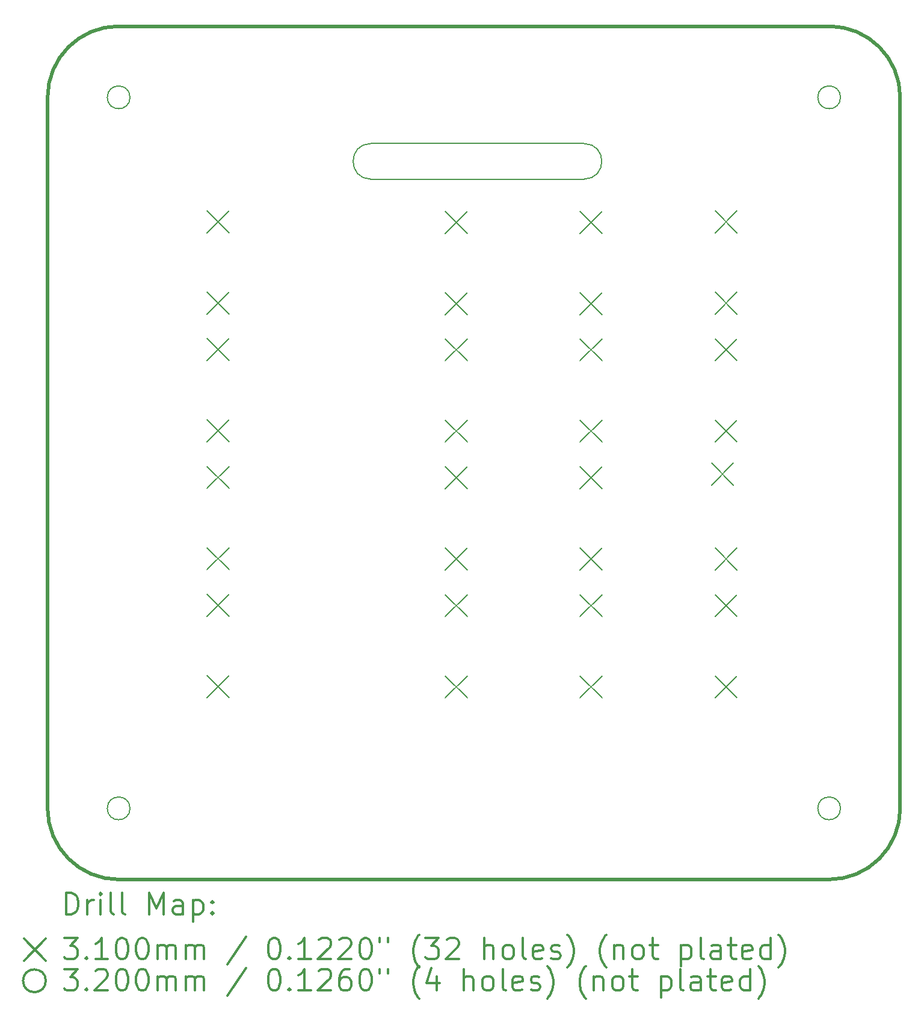
<source format=gbr>
%FSLAX45Y45*%
G04 Gerber Fmt 4.5, Leading zero omitted, Abs format (unit mm)*
G04 Created by KiCad (PCBNEW (5.1.10-1-10_14)) date 2022-02-09 21:11:45*
%MOMM*%
%LPD*%
G01*
G04 APERTURE LIST*
%TA.AperFunction,Profile*%
%ADD10C,0.150000*%
%TD*%
%TA.AperFunction,Profile*%
%ADD11C,0.500000*%
%TD*%
%ADD12C,0.200000*%
%ADD13C,0.300000*%
G04 APERTURE END LIST*
D10*
X17550000Y-6650000D02*
G75*
G02*
X17550000Y-7150000I0J-250000D01*
G01*
X14550000Y-7150000D02*
G75*
G02*
X14550000Y-6650000I0J250000D01*
G01*
X14550000Y-7150000D02*
X17550000Y-7150000D01*
X14550000Y-6650000D02*
X17550000Y-6650000D01*
D11*
X21000000Y-5000000D02*
G75*
G02*
X22000000Y-6000000I0J-1000000D01*
G01*
X22000000Y-16000000D02*
G75*
G02*
X21000000Y-17000000I-1000000J0D01*
G01*
X11000000Y-17000000D02*
G75*
G02*
X10000000Y-16000000I0J1000000D01*
G01*
X10000000Y-6000000D02*
G75*
G02*
X11000000Y-5000000I1000000J0D01*
G01*
X11000000Y-5000000D02*
X21000000Y-5000000D01*
X10000000Y-6000000D02*
X10000000Y-16000000D01*
X21000000Y-17000000D02*
X11000000Y-17000000D01*
X22000000Y-6000000D02*
X22000000Y-16000000D01*
D12*
X12245000Y-7597270D02*
X12555000Y-7907270D01*
X12555000Y-7597270D02*
X12245000Y-7907270D01*
X12245000Y-8740270D02*
X12555000Y-9050270D01*
X12555000Y-8740270D02*
X12245000Y-9050270D01*
X12245000Y-9390270D02*
X12555000Y-9700270D01*
X12555000Y-9390270D02*
X12245000Y-9700270D01*
X12245000Y-10533270D02*
X12555000Y-10843270D01*
X12555000Y-10533270D02*
X12245000Y-10843270D01*
X12245000Y-11190270D02*
X12555000Y-11500270D01*
X12555000Y-11190270D02*
X12245000Y-11500270D01*
X12245000Y-12333270D02*
X12555000Y-12643270D01*
X12555000Y-12333270D02*
X12245000Y-12643270D01*
X12245000Y-12990270D02*
X12555000Y-13300270D01*
X12555000Y-12990270D02*
X12245000Y-13300270D01*
X12245000Y-14133270D02*
X12555000Y-14443270D01*
X12555000Y-14133270D02*
X12245000Y-14443270D01*
X15595000Y-7602000D02*
X15905000Y-7912000D01*
X15905000Y-7602000D02*
X15595000Y-7912000D01*
X15595000Y-8745000D02*
X15905000Y-9055000D01*
X15905000Y-8745000D02*
X15595000Y-9055000D01*
X15595000Y-9395000D02*
X15905000Y-9705000D01*
X15905000Y-9395000D02*
X15595000Y-9705000D01*
X15595000Y-10538000D02*
X15905000Y-10848000D01*
X15905000Y-10538000D02*
X15595000Y-10848000D01*
X15595000Y-11195000D02*
X15905000Y-11505000D01*
X15905000Y-11195000D02*
X15595000Y-11505000D01*
X15595000Y-12338000D02*
X15905000Y-12648000D01*
X15905000Y-12338000D02*
X15595000Y-12648000D01*
X15595000Y-12995000D02*
X15905000Y-13305000D01*
X15905000Y-12995000D02*
X15595000Y-13305000D01*
X15595000Y-14138000D02*
X15905000Y-14448000D01*
X15905000Y-14138000D02*
X15595000Y-14448000D01*
X17495000Y-7602000D02*
X17805000Y-7912000D01*
X17805000Y-7602000D02*
X17495000Y-7912000D01*
X17495000Y-8745000D02*
X17805000Y-9055000D01*
X17805000Y-8745000D02*
X17495000Y-9055000D01*
X17495000Y-9395000D02*
X17805000Y-9705000D01*
X17805000Y-9395000D02*
X17495000Y-9705000D01*
X17495000Y-10538000D02*
X17805000Y-10848000D01*
X17805000Y-10538000D02*
X17495000Y-10848000D01*
X17495000Y-11195000D02*
X17805000Y-11505000D01*
X17805000Y-11195000D02*
X17495000Y-11505000D01*
X17495000Y-12338000D02*
X17805000Y-12648000D01*
X17805000Y-12338000D02*
X17495000Y-12648000D01*
X17495000Y-12995000D02*
X17805000Y-13305000D01*
X17805000Y-12995000D02*
X17495000Y-13305000D01*
X17495000Y-14138000D02*
X17805000Y-14448000D01*
X17805000Y-14138000D02*
X17495000Y-14448000D01*
X19345000Y-11145000D02*
X19655000Y-11455000D01*
X19655000Y-11145000D02*
X19345000Y-11455000D01*
X19395000Y-7595000D02*
X19705000Y-7905000D01*
X19705000Y-7595000D02*
X19395000Y-7905000D01*
X19395000Y-8738000D02*
X19705000Y-9048000D01*
X19705000Y-8738000D02*
X19395000Y-9048000D01*
X19395000Y-9395000D02*
X19705000Y-9705000D01*
X19705000Y-9395000D02*
X19395000Y-9705000D01*
X19395000Y-10538000D02*
X19705000Y-10848000D01*
X19705000Y-10538000D02*
X19395000Y-10848000D01*
X19395000Y-12338000D02*
X19705000Y-12648000D01*
X19705000Y-12338000D02*
X19395000Y-12648000D01*
X19395000Y-12995000D02*
X19705000Y-13305000D01*
X19705000Y-12995000D02*
X19395000Y-13305000D01*
X19395000Y-14138000D02*
X19705000Y-14448000D01*
X19705000Y-14138000D02*
X19395000Y-14448000D01*
X11160000Y-6000000D02*
G75*
G03*
X11160000Y-6000000I-160000J0D01*
G01*
X11160000Y-16000000D02*
G75*
G03*
X11160000Y-16000000I-160000J0D01*
G01*
X21160000Y-6000000D02*
G75*
G03*
X21160000Y-6000000I-160000J0D01*
G01*
X21160000Y-16000000D02*
G75*
G03*
X21160000Y-16000000I-160000J0D01*
G01*
D13*
X10261428Y-17490714D02*
X10261428Y-17190714D01*
X10332857Y-17190714D01*
X10375714Y-17205000D01*
X10404286Y-17233572D01*
X10418571Y-17262143D01*
X10432857Y-17319286D01*
X10432857Y-17362143D01*
X10418571Y-17419286D01*
X10404286Y-17447857D01*
X10375714Y-17476429D01*
X10332857Y-17490714D01*
X10261428Y-17490714D01*
X10561428Y-17490714D02*
X10561428Y-17290714D01*
X10561428Y-17347857D02*
X10575714Y-17319286D01*
X10590000Y-17305000D01*
X10618571Y-17290714D01*
X10647143Y-17290714D01*
X10747143Y-17490714D02*
X10747143Y-17290714D01*
X10747143Y-17190714D02*
X10732857Y-17205000D01*
X10747143Y-17219286D01*
X10761428Y-17205000D01*
X10747143Y-17190714D01*
X10747143Y-17219286D01*
X10932857Y-17490714D02*
X10904286Y-17476429D01*
X10890000Y-17447857D01*
X10890000Y-17190714D01*
X11090000Y-17490714D02*
X11061428Y-17476429D01*
X11047143Y-17447857D01*
X11047143Y-17190714D01*
X11432857Y-17490714D02*
X11432857Y-17190714D01*
X11532857Y-17405000D01*
X11632857Y-17190714D01*
X11632857Y-17490714D01*
X11904286Y-17490714D02*
X11904286Y-17333572D01*
X11890000Y-17305000D01*
X11861428Y-17290714D01*
X11804286Y-17290714D01*
X11775714Y-17305000D01*
X11904286Y-17476429D02*
X11875714Y-17490714D01*
X11804286Y-17490714D01*
X11775714Y-17476429D01*
X11761428Y-17447857D01*
X11761428Y-17419286D01*
X11775714Y-17390714D01*
X11804286Y-17376429D01*
X11875714Y-17376429D01*
X11904286Y-17362143D01*
X12047143Y-17290714D02*
X12047143Y-17590714D01*
X12047143Y-17305000D02*
X12075714Y-17290714D01*
X12132857Y-17290714D01*
X12161428Y-17305000D01*
X12175714Y-17319286D01*
X12190000Y-17347857D01*
X12190000Y-17433572D01*
X12175714Y-17462143D01*
X12161428Y-17476429D01*
X12132857Y-17490714D01*
X12075714Y-17490714D01*
X12047143Y-17476429D01*
X12318571Y-17462143D02*
X12332857Y-17476429D01*
X12318571Y-17490714D01*
X12304286Y-17476429D01*
X12318571Y-17462143D01*
X12318571Y-17490714D01*
X12318571Y-17305000D02*
X12332857Y-17319286D01*
X12318571Y-17333572D01*
X12304286Y-17319286D01*
X12318571Y-17305000D01*
X12318571Y-17333572D01*
X9665000Y-17830000D02*
X9975000Y-18140000D01*
X9975000Y-17830000D02*
X9665000Y-18140000D01*
X10232857Y-17820714D02*
X10418571Y-17820714D01*
X10318571Y-17935000D01*
X10361428Y-17935000D01*
X10390000Y-17949286D01*
X10404286Y-17963572D01*
X10418571Y-17992143D01*
X10418571Y-18063572D01*
X10404286Y-18092143D01*
X10390000Y-18106429D01*
X10361428Y-18120714D01*
X10275714Y-18120714D01*
X10247143Y-18106429D01*
X10232857Y-18092143D01*
X10547143Y-18092143D02*
X10561428Y-18106429D01*
X10547143Y-18120714D01*
X10532857Y-18106429D01*
X10547143Y-18092143D01*
X10547143Y-18120714D01*
X10847143Y-18120714D02*
X10675714Y-18120714D01*
X10761428Y-18120714D02*
X10761428Y-17820714D01*
X10732857Y-17863572D01*
X10704286Y-17892143D01*
X10675714Y-17906429D01*
X11032857Y-17820714D02*
X11061428Y-17820714D01*
X11090000Y-17835000D01*
X11104286Y-17849286D01*
X11118571Y-17877857D01*
X11132857Y-17935000D01*
X11132857Y-18006429D01*
X11118571Y-18063572D01*
X11104286Y-18092143D01*
X11090000Y-18106429D01*
X11061428Y-18120714D01*
X11032857Y-18120714D01*
X11004286Y-18106429D01*
X10990000Y-18092143D01*
X10975714Y-18063572D01*
X10961428Y-18006429D01*
X10961428Y-17935000D01*
X10975714Y-17877857D01*
X10990000Y-17849286D01*
X11004286Y-17835000D01*
X11032857Y-17820714D01*
X11318571Y-17820714D02*
X11347143Y-17820714D01*
X11375714Y-17835000D01*
X11390000Y-17849286D01*
X11404286Y-17877857D01*
X11418571Y-17935000D01*
X11418571Y-18006429D01*
X11404286Y-18063572D01*
X11390000Y-18092143D01*
X11375714Y-18106429D01*
X11347143Y-18120714D01*
X11318571Y-18120714D01*
X11290000Y-18106429D01*
X11275714Y-18092143D01*
X11261428Y-18063572D01*
X11247143Y-18006429D01*
X11247143Y-17935000D01*
X11261428Y-17877857D01*
X11275714Y-17849286D01*
X11290000Y-17835000D01*
X11318571Y-17820714D01*
X11547143Y-18120714D02*
X11547143Y-17920714D01*
X11547143Y-17949286D02*
X11561428Y-17935000D01*
X11590000Y-17920714D01*
X11632857Y-17920714D01*
X11661428Y-17935000D01*
X11675714Y-17963572D01*
X11675714Y-18120714D01*
X11675714Y-17963572D02*
X11690000Y-17935000D01*
X11718571Y-17920714D01*
X11761428Y-17920714D01*
X11790000Y-17935000D01*
X11804286Y-17963572D01*
X11804286Y-18120714D01*
X11947143Y-18120714D02*
X11947143Y-17920714D01*
X11947143Y-17949286D02*
X11961428Y-17935000D01*
X11990000Y-17920714D01*
X12032857Y-17920714D01*
X12061428Y-17935000D01*
X12075714Y-17963572D01*
X12075714Y-18120714D01*
X12075714Y-17963572D02*
X12090000Y-17935000D01*
X12118571Y-17920714D01*
X12161428Y-17920714D01*
X12190000Y-17935000D01*
X12204286Y-17963572D01*
X12204286Y-18120714D01*
X12790000Y-17806429D02*
X12532857Y-18192143D01*
X13175714Y-17820714D02*
X13204286Y-17820714D01*
X13232857Y-17835000D01*
X13247143Y-17849286D01*
X13261428Y-17877857D01*
X13275714Y-17935000D01*
X13275714Y-18006429D01*
X13261428Y-18063572D01*
X13247143Y-18092143D01*
X13232857Y-18106429D01*
X13204286Y-18120714D01*
X13175714Y-18120714D01*
X13147143Y-18106429D01*
X13132857Y-18092143D01*
X13118571Y-18063572D01*
X13104286Y-18006429D01*
X13104286Y-17935000D01*
X13118571Y-17877857D01*
X13132857Y-17849286D01*
X13147143Y-17835000D01*
X13175714Y-17820714D01*
X13404286Y-18092143D02*
X13418571Y-18106429D01*
X13404286Y-18120714D01*
X13390000Y-18106429D01*
X13404286Y-18092143D01*
X13404286Y-18120714D01*
X13704286Y-18120714D02*
X13532857Y-18120714D01*
X13618571Y-18120714D02*
X13618571Y-17820714D01*
X13590000Y-17863572D01*
X13561428Y-17892143D01*
X13532857Y-17906429D01*
X13818571Y-17849286D02*
X13832857Y-17835000D01*
X13861428Y-17820714D01*
X13932857Y-17820714D01*
X13961428Y-17835000D01*
X13975714Y-17849286D01*
X13990000Y-17877857D01*
X13990000Y-17906429D01*
X13975714Y-17949286D01*
X13804286Y-18120714D01*
X13990000Y-18120714D01*
X14104286Y-17849286D02*
X14118571Y-17835000D01*
X14147143Y-17820714D01*
X14218571Y-17820714D01*
X14247143Y-17835000D01*
X14261428Y-17849286D01*
X14275714Y-17877857D01*
X14275714Y-17906429D01*
X14261428Y-17949286D01*
X14090000Y-18120714D01*
X14275714Y-18120714D01*
X14461428Y-17820714D02*
X14490000Y-17820714D01*
X14518571Y-17835000D01*
X14532857Y-17849286D01*
X14547143Y-17877857D01*
X14561428Y-17935000D01*
X14561428Y-18006429D01*
X14547143Y-18063572D01*
X14532857Y-18092143D01*
X14518571Y-18106429D01*
X14490000Y-18120714D01*
X14461428Y-18120714D01*
X14432857Y-18106429D01*
X14418571Y-18092143D01*
X14404286Y-18063572D01*
X14390000Y-18006429D01*
X14390000Y-17935000D01*
X14404286Y-17877857D01*
X14418571Y-17849286D01*
X14432857Y-17835000D01*
X14461428Y-17820714D01*
X14675714Y-17820714D02*
X14675714Y-17877857D01*
X14790000Y-17820714D02*
X14790000Y-17877857D01*
X15232857Y-18235000D02*
X15218571Y-18220714D01*
X15190000Y-18177857D01*
X15175714Y-18149286D01*
X15161428Y-18106429D01*
X15147143Y-18035000D01*
X15147143Y-17977857D01*
X15161428Y-17906429D01*
X15175714Y-17863572D01*
X15190000Y-17835000D01*
X15218571Y-17792143D01*
X15232857Y-17777857D01*
X15318571Y-17820714D02*
X15504286Y-17820714D01*
X15404286Y-17935000D01*
X15447143Y-17935000D01*
X15475714Y-17949286D01*
X15490000Y-17963572D01*
X15504286Y-17992143D01*
X15504286Y-18063572D01*
X15490000Y-18092143D01*
X15475714Y-18106429D01*
X15447143Y-18120714D01*
X15361428Y-18120714D01*
X15332857Y-18106429D01*
X15318571Y-18092143D01*
X15618571Y-17849286D02*
X15632857Y-17835000D01*
X15661428Y-17820714D01*
X15732857Y-17820714D01*
X15761428Y-17835000D01*
X15775714Y-17849286D01*
X15790000Y-17877857D01*
X15790000Y-17906429D01*
X15775714Y-17949286D01*
X15604286Y-18120714D01*
X15790000Y-18120714D01*
X16147143Y-18120714D02*
X16147143Y-17820714D01*
X16275714Y-18120714D02*
X16275714Y-17963572D01*
X16261428Y-17935000D01*
X16232857Y-17920714D01*
X16190000Y-17920714D01*
X16161428Y-17935000D01*
X16147143Y-17949286D01*
X16461428Y-18120714D02*
X16432857Y-18106429D01*
X16418571Y-18092143D01*
X16404286Y-18063572D01*
X16404286Y-17977857D01*
X16418571Y-17949286D01*
X16432857Y-17935000D01*
X16461428Y-17920714D01*
X16504286Y-17920714D01*
X16532857Y-17935000D01*
X16547143Y-17949286D01*
X16561428Y-17977857D01*
X16561428Y-18063572D01*
X16547143Y-18092143D01*
X16532857Y-18106429D01*
X16504286Y-18120714D01*
X16461428Y-18120714D01*
X16732857Y-18120714D02*
X16704286Y-18106429D01*
X16690000Y-18077857D01*
X16690000Y-17820714D01*
X16961428Y-18106429D02*
X16932857Y-18120714D01*
X16875714Y-18120714D01*
X16847143Y-18106429D01*
X16832857Y-18077857D01*
X16832857Y-17963572D01*
X16847143Y-17935000D01*
X16875714Y-17920714D01*
X16932857Y-17920714D01*
X16961428Y-17935000D01*
X16975714Y-17963572D01*
X16975714Y-17992143D01*
X16832857Y-18020714D01*
X17090000Y-18106429D02*
X17118571Y-18120714D01*
X17175714Y-18120714D01*
X17204286Y-18106429D01*
X17218571Y-18077857D01*
X17218571Y-18063572D01*
X17204286Y-18035000D01*
X17175714Y-18020714D01*
X17132857Y-18020714D01*
X17104286Y-18006429D01*
X17090000Y-17977857D01*
X17090000Y-17963572D01*
X17104286Y-17935000D01*
X17132857Y-17920714D01*
X17175714Y-17920714D01*
X17204286Y-17935000D01*
X17318571Y-18235000D02*
X17332857Y-18220714D01*
X17361428Y-18177857D01*
X17375714Y-18149286D01*
X17390000Y-18106429D01*
X17404286Y-18035000D01*
X17404286Y-17977857D01*
X17390000Y-17906429D01*
X17375714Y-17863572D01*
X17361428Y-17835000D01*
X17332857Y-17792143D01*
X17318571Y-17777857D01*
X17861428Y-18235000D02*
X17847143Y-18220714D01*
X17818571Y-18177857D01*
X17804286Y-18149286D01*
X17790000Y-18106429D01*
X17775714Y-18035000D01*
X17775714Y-17977857D01*
X17790000Y-17906429D01*
X17804286Y-17863572D01*
X17818571Y-17835000D01*
X17847143Y-17792143D01*
X17861428Y-17777857D01*
X17975714Y-17920714D02*
X17975714Y-18120714D01*
X17975714Y-17949286D02*
X17990000Y-17935000D01*
X18018571Y-17920714D01*
X18061428Y-17920714D01*
X18090000Y-17935000D01*
X18104286Y-17963572D01*
X18104286Y-18120714D01*
X18290000Y-18120714D02*
X18261428Y-18106429D01*
X18247143Y-18092143D01*
X18232857Y-18063572D01*
X18232857Y-17977857D01*
X18247143Y-17949286D01*
X18261428Y-17935000D01*
X18290000Y-17920714D01*
X18332857Y-17920714D01*
X18361428Y-17935000D01*
X18375714Y-17949286D01*
X18390000Y-17977857D01*
X18390000Y-18063572D01*
X18375714Y-18092143D01*
X18361428Y-18106429D01*
X18332857Y-18120714D01*
X18290000Y-18120714D01*
X18475714Y-17920714D02*
X18590000Y-17920714D01*
X18518571Y-17820714D02*
X18518571Y-18077857D01*
X18532857Y-18106429D01*
X18561428Y-18120714D01*
X18590000Y-18120714D01*
X18918571Y-17920714D02*
X18918571Y-18220714D01*
X18918571Y-17935000D02*
X18947143Y-17920714D01*
X19004286Y-17920714D01*
X19032857Y-17935000D01*
X19047143Y-17949286D01*
X19061428Y-17977857D01*
X19061428Y-18063572D01*
X19047143Y-18092143D01*
X19032857Y-18106429D01*
X19004286Y-18120714D01*
X18947143Y-18120714D01*
X18918571Y-18106429D01*
X19232857Y-18120714D02*
X19204286Y-18106429D01*
X19190000Y-18077857D01*
X19190000Y-17820714D01*
X19475714Y-18120714D02*
X19475714Y-17963572D01*
X19461428Y-17935000D01*
X19432857Y-17920714D01*
X19375714Y-17920714D01*
X19347143Y-17935000D01*
X19475714Y-18106429D02*
X19447143Y-18120714D01*
X19375714Y-18120714D01*
X19347143Y-18106429D01*
X19332857Y-18077857D01*
X19332857Y-18049286D01*
X19347143Y-18020714D01*
X19375714Y-18006429D01*
X19447143Y-18006429D01*
X19475714Y-17992143D01*
X19575714Y-17920714D02*
X19690000Y-17920714D01*
X19618571Y-17820714D02*
X19618571Y-18077857D01*
X19632857Y-18106429D01*
X19661428Y-18120714D01*
X19690000Y-18120714D01*
X19904286Y-18106429D02*
X19875714Y-18120714D01*
X19818571Y-18120714D01*
X19790000Y-18106429D01*
X19775714Y-18077857D01*
X19775714Y-17963572D01*
X19790000Y-17935000D01*
X19818571Y-17920714D01*
X19875714Y-17920714D01*
X19904286Y-17935000D01*
X19918571Y-17963572D01*
X19918571Y-17992143D01*
X19775714Y-18020714D01*
X20175714Y-18120714D02*
X20175714Y-17820714D01*
X20175714Y-18106429D02*
X20147143Y-18120714D01*
X20090000Y-18120714D01*
X20061428Y-18106429D01*
X20047143Y-18092143D01*
X20032857Y-18063572D01*
X20032857Y-17977857D01*
X20047143Y-17949286D01*
X20061428Y-17935000D01*
X20090000Y-17920714D01*
X20147143Y-17920714D01*
X20175714Y-17935000D01*
X20290000Y-18235000D02*
X20304286Y-18220714D01*
X20332857Y-18177857D01*
X20347143Y-18149286D01*
X20361428Y-18106429D01*
X20375714Y-18035000D01*
X20375714Y-17977857D01*
X20361428Y-17906429D01*
X20347143Y-17863572D01*
X20332857Y-17835000D01*
X20304286Y-17792143D01*
X20290000Y-17777857D01*
X9975000Y-18425000D02*
G75*
G03*
X9975000Y-18425000I-160000J0D01*
G01*
X10232857Y-18260714D02*
X10418571Y-18260714D01*
X10318571Y-18375000D01*
X10361428Y-18375000D01*
X10390000Y-18389286D01*
X10404286Y-18403572D01*
X10418571Y-18432143D01*
X10418571Y-18503572D01*
X10404286Y-18532143D01*
X10390000Y-18546429D01*
X10361428Y-18560714D01*
X10275714Y-18560714D01*
X10247143Y-18546429D01*
X10232857Y-18532143D01*
X10547143Y-18532143D02*
X10561428Y-18546429D01*
X10547143Y-18560714D01*
X10532857Y-18546429D01*
X10547143Y-18532143D01*
X10547143Y-18560714D01*
X10675714Y-18289286D02*
X10690000Y-18275000D01*
X10718571Y-18260714D01*
X10790000Y-18260714D01*
X10818571Y-18275000D01*
X10832857Y-18289286D01*
X10847143Y-18317857D01*
X10847143Y-18346429D01*
X10832857Y-18389286D01*
X10661428Y-18560714D01*
X10847143Y-18560714D01*
X11032857Y-18260714D02*
X11061428Y-18260714D01*
X11090000Y-18275000D01*
X11104286Y-18289286D01*
X11118571Y-18317857D01*
X11132857Y-18375000D01*
X11132857Y-18446429D01*
X11118571Y-18503572D01*
X11104286Y-18532143D01*
X11090000Y-18546429D01*
X11061428Y-18560714D01*
X11032857Y-18560714D01*
X11004286Y-18546429D01*
X10990000Y-18532143D01*
X10975714Y-18503572D01*
X10961428Y-18446429D01*
X10961428Y-18375000D01*
X10975714Y-18317857D01*
X10990000Y-18289286D01*
X11004286Y-18275000D01*
X11032857Y-18260714D01*
X11318571Y-18260714D02*
X11347143Y-18260714D01*
X11375714Y-18275000D01*
X11390000Y-18289286D01*
X11404286Y-18317857D01*
X11418571Y-18375000D01*
X11418571Y-18446429D01*
X11404286Y-18503572D01*
X11390000Y-18532143D01*
X11375714Y-18546429D01*
X11347143Y-18560714D01*
X11318571Y-18560714D01*
X11290000Y-18546429D01*
X11275714Y-18532143D01*
X11261428Y-18503572D01*
X11247143Y-18446429D01*
X11247143Y-18375000D01*
X11261428Y-18317857D01*
X11275714Y-18289286D01*
X11290000Y-18275000D01*
X11318571Y-18260714D01*
X11547143Y-18560714D02*
X11547143Y-18360714D01*
X11547143Y-18389286D02*
X11561428Y-18375000D01*
X11590000Y-18360714D01*
X11632857Y-18360714D01*
X11661428Y-18375000D01*
X11675714Y-18403572D01*
X11675714Y-18560714D01*
X11675714Y-18403572D02*
X11690000Y-18375000D01*
X11718571Y-18360714D01*
X11761428Y-18360714D01*
X11790000Y-18375000D01*
X11804286Y-18403572D01*
X11804286Y-18560714D01*
X11947143Y-18560714D02*
X11947143Y-18360714D01*
X11947143Y-18389286D02*
X11961428Y-18375000D01*
X11990000Y-18360714D01*
X12032857Y-18360714D01*
X12061428Y-18375000D01*
X12075714Y-18403572D01*
X12075714Y-18560714D01*
X12075714Y-18403572D02*
X12090000Y-18375000D01*
X12118571Y-18360714D01*
X12161428Y-18360714D01*
X12190000Y-18375000D01*
X12204286Y-18403572D01*
X12204286Y-18560714D01*
X12790000Y-18246429D02*
X12532857Y-18632143D01*
X13175714Y-18260714D02*
X13204286Y-18260714D01*
X13232857Y-18275000D01*
X13247143Y-18289286D01*
X13261428Y-18317857D01*
X13275714Y-18375000D01*
X13275714Y-18446429D01*
X13261428Y-18503572D01*
X13247143Y-18532143D01*
X13232857Y-18546429D01*
X13204286Y-18560714D01*
X13175714Y-18560714D01*
X13147143Y-18546429D01*
X13132857Y-18532143D01*
X13118571Y-18503572D01*
X13104286Y-18446429D01*
X13104286Y-18375000D01*
X13118571Y-18317857D01*
X13132857Y-18289286D01*
X13147143Y-18275000D01*
X13175714Y-18260714D01*
X13404286Y-18532143D02*
X13418571Y-18546429D01*
X13404286Y-18560714D01*
X13390000Y-18546429D01*
X13404286Y-18532143D01*
X13404286Y-18560714D01*
X13704286Y-18560714D02*
X13532857Y-18560714D01*
X13618571Y-18560714D02*
X13618571Y-18260714D01*
X13590000Y-18303572D01*
X13561428Y-18332143D01*
X13532857Y-18346429D01*
X13818571Y-18289286D02*
X13832857Y-18275000D01*
X13861428Y-18260714D01*
X13932857Y-18260714D01*
X13961428Y-18275000D01*
X13975714Y-18289286D01*
X13990000Y-18317857D01*
X13990000Y-18346429D01*
X13975714Y-18389286D01*
X13804286Y-18560714D01*
X13990000Y-18560714D01*
X14247143Y-18260714D02*
X14190000Y-18260714D01*
X14161428Y-18275000D01*
X14147143Y-18289286D01*
X14118571Y-18332143D01*
X14104286Y-18389286D01*
X14104286Y-18503572D01*
X14118571Y-18532143D01*
X14132857Y-18546429D01*
X14161428Y-18560714D01*
X14218571Y-18560714D01*
X14247143Y-18546429D01*
X14261428Y-18532143D01*
X14275714Y-18503572D01*
X14275714Y-18432143D01*
X14261428Y-18403572D01*
X14247143Y-18389286D01*
X14218571Y-18375000D01*
X14161428Y-18375000D01*
X14132857Y-18389286D01*
X14118571Y-18403572D01*
X14104286Y-18432143D01*
X14461428Y-18260714D02*
X14490000Y-18260714D01*
X14518571Y-18275000D01*
X14532857Y-18289286D01*
X14547143Y-18317857D01*
X14561428Y-18375000D01*
X14561428Y-18446429D01*
X14547143Y-18503572D01*
X14532857Y-18532143D01*
X14518571Y-18546429D01*
X14490000Y-18560714D01*
X14461428Y-18560714D01*
X14432857Y-18546429D01*
X14418571Y-18532143D01*
X14404286Y-18503572D01*
X14390000Y-18446429D01*
X14390000Y-18375000D01*
X14404286Y-18317857D01*
X14418571Y-18289286D01*
X14432857Y-18275000D01*
X14461428Y-18260714D01*
X14675714Y-18260714D02*
X14675714Y-18317857D01*
X14790000Y-18260714D02*
X14790000Y-18317857D01*
X15232857Y-18675000D02*
X15218571Y-18660714D01*
X15190000Y-18617857D01*
X15175714Y-18589286D01*
X15161428Y-18546429D01*
X15147143Y-18475000D01*
X15147143Y-18417857D01*
X15161428Y-18346429D01*
X15175714Y-18303572D01*
X15190000Y-18275000D01*
X15218571Y-18232143D01*
X15232857Y-18217857D01*
X15475714Y-18360714D02*
X15475714Y-18560714D01*
X15404286Y-18246429D02*
X15332857Y-18460714D01*
X15518571Y-18460714D01*
X15861428Y-18560714D02*
X15861428Y-18260714D01*
X15990000Y-18560714D02*
X15990000Y-18403572D01*
X15975714Y-18375000D01*
X15947143Y-18360714D01*
X15904286Y-18360714D01*
X15875714Y-18375000D01*
X15861428Y-18389286D01*
X16175714Y-18560714D02*
X16147143Y-18546429D01*
X16132857Y-18532143D01*
X16118571Y-18503572D01*
X16118571Y-18417857D01*
X16132857Y-18389286D01*
X16147143Y-18375000D01*
X16175714Y-18360714D01*
X16218571Y-18360714D01*
X16247143Y-18375000D01*
X16261428Y-18389286D01*
X16275714Y-18417857D01*
X16275714Y-18503572D01*
X16261428Y-18532143D01*
X16247143Y-18546429D01*
X16218571Y-18560714D01*
X16175714Y-18560714D01*
X16447143Y-18560714D02*
X16418571Y-18546429D01*
X16404286Y-18517857D01*
X16404286Y-18260714D01*
X16675714Y-18546429D02*
X16647143Y-18560714D01*
X16590000Y-18560714D01*
X16561428Y-18546429D01*
X16547143Y-18517857D01*
X16547143Y-18403572D01*
X16561428Y-18375000D01*
X16590000Y-18360714D01*
X16647143Y-18360714D01*
X16675714Y-18375000D01*
X16690000Y-18403572D01*
X16690000Y-18432143D01*
X16547143Y-18460714D01*
X16804286Y-18546429D02*
X16832857Y-18560714D01*
X16890000Y-18560714D01*
X16918571Y-18546429D01*
X16932857Y-18517857D01*
X16932857Y-18503572D01*
X16918571Y-18475000D01*
X16890000Y-18460714D01*
X16847143Y-18460714D01*
X16818571Y-18446429D01*
X16804286Y-18417857D01*
X16804286Y-18403572D01*
X16818571Y-18375000D01*
X16847143Y-18360714D01*
X16890000Y-18360714D01*
X16918571Y-18375000D01*
X17032857Y-18675000D02*
X17047143Y-18660714D01*
X17075714Y-18617857D01*
X17090000Y-18589286D01*
X17104286Y-18546429D01*
X17118571Y-18475000D01*
X17118571Y-18417857D01*
X17104286Y-18346429D01*
X17090000Y-18303572D01*
X17075714Y-18275000D01*
X17047143Y-18232143D01*
X17032857Y-18217857D01*
X17575714Y-18675000D02*
X17561428Y-18660714D01*
X17532857Y-18617857D01*
X17518571Y-18589286D01*
X17504286Y-18546429D01*
X17490000Y-18475000D01*
X17490000Y-18417857D01*
X17504286Y-18346429D01*
X17518571Y-18303572D01*
X17532857Y-18275000D01*
X17561428Y-18232143D01*
X17575714Y-18217857D01*
X17690000Y-18360714D02*
X17690000Y-18560714D01*
X17690000Y-18389286D02*
X17704286Y-18375000D01*
X17732857Y-18360714D01*
X17775714Y-18360714D01*
X17804286Y-18375000D01*
X17818571Y-18403572D01*
X17818571Y-18560714D01*
X18004286Y-18560714D02*
X17975714Y-18546429D01*
X17961428Y-18532143D01*
X17947143Y-18503572D01*
X17947143Y-18417857D01*
X17961428Y-18389286D01*
X17975714Y-18375000D01*
X18004286Y-18360714D01*
X18047143Y-18360714D01*
X18075714Y-18375000D01*
X18090000Y-18389286D01*
X18104286Y-18417857D01*
X18104286Y-18503572D01*
X18090000Y-18532143D01*
X18075714Y-18546429D01*
X18047143Y-18560714D01*
X18004286Y-18560714D01*
X18190000Y-18360714D02*
X18304286Y-18360714D01*
X18232857Y-18260714D02*
X18232857Y-18517857D01*
X18247143Y-18546429D01*
X18275714Y-18560714D01*
X18304286Y-18560714D01*
X18632857Y-18360714D02*
X18632857Y-18660714D01*
X18632857Y-18375000D02*
X18661428Y-18360714D01*
X18718571Y-18360714D01*
X18747143Y-18375000D01*
X18761428Y-18389286D01*
X18775714Y-18417857D01*
X18775714Y-18503572D01*
X18761428Y-18532143D01*
X18747143Y-18546429D01*
X18718571Y-18560714D01*
X18661428Y-18560714D01*
X18632857Y-18546429D01*
X18947143Y-18560714D02*
X18918571Y-18546429D01*
X18904286Y-18517857D01*
X18904286Y-18260714D01*
X19190000Y-18560714D02*
X19190000Y-18403572D01*
X19175714Y-18375000D01*
X19147143Y-18360714D01*
X19090000Y-18360714D01*
X19061428Y-18375000D01*
X19190000Y-18546429D02*
X19161428Y-18560714D01*
X19090000Y-18560714D01*
X19061428Y-18546429D01*
X19047143Y-18517857D01*
X19047143Y-18489286D01*
X19061428Y-18460714D01*
X19090000Y-18446429D01*
X19161428Y-18446429D01*
X19190000Y-18432143D01*
X19290000Y-18360714D02*
X19404286Y-18360714D01*
X19332857Y-18260714D02*
X19332857Y-18517857D01*
X19347143Y-18546429D01*
X19375714Y-18560714D01*
X19404286Y-18560714D01*
X19618571Y-18546429D02*
X19590000Y-18560714D01*
X19532857Y-18560714D01*
X19504286Y-18546429D01*
X19490000Y-18517857D01*
X19490000Y-18403572D01*
X19504286Y-18375000D01*
X19532857Y-18360714D01*
X19590000Y-18360714D01*
X19618571Y-18375000D01*
X19632857Y-18403572D01*
X19632857Y-18432143D01*
X19490000Y-18460714D01*
X19890000Y-18560714D02*
X19890000Y-18260714D01*
X19890000Y-18546429D02*
X19861428Y-18560714D01*
X19804286Y-18560714D01*
X19775714Y-18546429D01*
X19761428Y-18532143D01*
X19747143Y-18503572D01*
X19747143Y-18417857D01*
X19761428Y-18389286D01*
X19775714Y-18375000D01*
X19804286Y-18360714D01*
X19861428Y-18360714D01*
X19890000Y-18375000D01*
X20004286Y-18675000D02*
X20018571Y-18660714D01*
X20047143Y-18617857D01*
X20061428Y-18589286D01*
X20075714Y-18546429D01*
X20090000Y-18475000D01*
X20090000Y-18417857D01*
X20075714Y-18346429D01*
X20061428Y-18303572D01*
X20047143Y-18275000D01*
X20018571Y-18232143D01*
X20004286Y-18217857D01*
M02*

</source>
